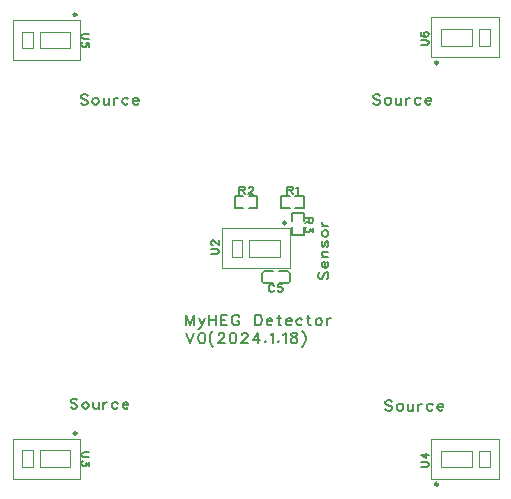
<source format=gto>
G04 Layer: TopSilkscreenLayer*
G04 EasyEDA Pro v2.1.44.1.245b18d5.fca1f9, 2024-01-18 14:01:25*
G04 Gerber Generator version 0.3*
G04 Scale: 100 percent, Rotated: No, Reflected: No*
G04 Dimensions in millimeters*
G04 Leading zeros omitted, absolute positions, 3 integers and 5 decimals*
%FSLAX35Y35*%
%MOMM*%
%ADD10C,0.1524*%
%ADD11C,0.2032*%
%ADD12C,0.203*%
%ADD13C,0.1016*%
%ADD14C,0.24*%
G75*


G04 Text Start*
G54D10*
G01X616966Y-1046480D02*
G01X663448Y-1046480D01*
G01X672592Y-1043432D01*
G01X678942Y-1037082D01*
G01X681990Y-1027938D01*
G01Y-1021588D01*
G01X678942Y-1012444D01*
G01X672592Y-1006348D01*
G01X663448Y-1003046D01*
G01X616966D01*
G01X632460Y-969772D02*
G01X629412Y-969772D01*
G01X623062Y-966724D01*
G01X620014Y-963676D01*
G01X616966Y-957580D01*
G01Y-945134D01*
G01X620014Y-938784D01*
G01X623062Y-935736D01*
G01X629412Y-932688D01*
G01X635508D01*
G01X641604Y-935736D01*
G01X651002Y-942086D01*
G01X681990Y-972820D01*
G01Y-929640D01*
G01X-413766Y-2725420D02*
G01X-460248Y-2725420D01*
G01X-469392Y-2728468D01*
G01X-475742Y-2734818D01*
G01X-478790Y-2743962D01*
G01Y-2750312D01*
G01X-475742Y-2759456D01*
G01X-469392Y-2765552D01*
G01X-460248Y-2768854D01*
G01X-413766D01*
G01X-413766Y-2805176D02*
G01X-413766Y-2839212D01*
G01X-438404Y-2820670D01*
G01Y-2829814D01*
G01X-441452Y-2836164D01*
G01X-444754Y-2839212D01*
G01X-453898Y-2842260D01*
G01X-460248D01*
G01X-469392Y-2839212D01*
G01X-475742Y-2833116D01*
G01X-478790Y-2823718D01*
G01Y-2814320D01*
G01X-475742Y-2805176D01*
G01X-472440Y-2802128D01*
G01X-466344Y-2799080D01*
G01X2394966Y-2849880D02*
G01X2441448Y-2849880D01*
G01X2450592Y-2846832D01*
G01X2456942Y-2840482D01*
G01X2459990Y-2831338D01*
G01Y-2824988D01*
G01X2456942Y-2815844D01*
G01X2450592Y-2809748D01*
G01X2441448Y-2806446D01*
G01X2394966D01*
G01X2394966Y-2745486D02*
G01X2438146Y-2776220D01*
G01Y-2729992D01*
G01X2394966Y-2745486D02*
G01X2459990Y-2745486D01*
G01X2394966Y718820D02*
G01X2441448Y718820D01*
G01X2450592Y721868D01*
G01X2456942Y728218D01*
G01X2459990Y737362D01*
G01Y743712D01*
G01X2456942Y752856D01*
G01X2450592Y758952D01*
G01X2441448Y762254D01*
G01X2394966D01*
G01X2404110Y829564D02*
G01X2398014Y826516D01*
G01X2394966Y817118D01*
G01Y811022D01*
G01X2398014Y801624D01*
G01X2407412Y795528D01*
G01X2422652Y792480D01*
G01X2438146D01*
G01X2450592Y795528D01*
G01X2456942Y801624D01*
G01X2459990Y811022D01*
G01Y814070D01*
G01X2456942Y823214D01*
G01X2450592Y829564D01*
G01X2441448Y832612D01*
G01X2438146D01*
G01X2429002Y829564D01*
G01X2422652Y823214D01*
G01X2419604Y814070D01*
G01Y811022D01*
G01X2422652Y801624D01*
G01X2429002Y795528D01*
G01X2438146Y792480D01*
G01X1151585Y-1318260D02*
G01X1148537Y-1311910D01*
G01X1142187Y-1305814D01*
G01X1136091Y-1302766D01*
G01X1123645D01*
G01X1117549Y-1305814D01*
G01X1111199Y-1311910D01*
G01X1108151Y-1318260D01*
G01X1105103Y-1327404D01*
G01Y-1342898D01*
G01X1108151Y-1352296D01*
G01X1111199Y-1358392D01*
G01X1117549Y-1364742D01*
G01X1123645Y-1367790D01*
G01X1136091D01*
G01X1142187Y-1364742D01*
G01X1148537Y-1358392D01*
G01X1151585Y-1352296D01*
G01X1218895Y-1302766D02*
G01X1187907Y-1302766D01*
G01X1184859Y-1330452D01*
G01X1187907Y-1327404D01*
G01X1197051Y-1324356D01*
G01X1206449D01*
G01X1215847Y-1327404D01*
G01X1221943Y-1333754D01*
G01X1224991Y-1342898D01*
G01Y-1349248D01*
G01X1221943Y-1358392D01*
G01X1215847Y-1364742D01*
G01X1206449Y-1367790D01*
G01X1197051D01*
G01X1187907Y-1364742D01*
G01X1184859Y-1361440D01*
G01X1181811Y-1355344D01*
G01X1264920Y-477266D02*
G01X1264920Y-542290D01*
G01X1264920Y-477266D02*
G01X1292860Y-477266D01*
G01X1302004Y-480314D01*
G01X1305052Y-483362D01*
G01X1308354Y-489712D01*
G01Y-495808D01*
G01X1305052Y-501904D01*
G01X1302004Y-504952D01*
G01X1292860Y-508254D01*
G01X1264920D01*
G01X1286510Y-508254D02*
G01X1308354Y-542290D01*
G01X1338580Y-489712D02*
G01X1344676Y-486410D01*
G01X1353820Y-477266D01*
G01Y-542290D01*
G01X858520Y-477266D02*
G01X858520Y-542290D01*
G01X858520Y-477266D02*
G01X886460Y-477266D01*
G01X895604Y-480314D01*
G01X898652Y-483362D01*
G01X901954Y-489712D01*
G01Y-495808D01*
G01X898652Y-501904D01*
G01X895604Y-504952D01*
G01X886460Y-508254D01*
G01X858520D01*
G01X880110Y-508254D02*
G01X901954Y-542290D01*
G01X935228Y-492760D02*
G01X935228Y-489712D01*
G01X938276Y-483362D01*
G01X941324Y-480314D01*
G01X947420Y-477266D01*
G01X959866D01*
G01X966216Y-480314D01*
G01X969264Y-483362D01*
G01X972312Y-489712D01*
G01Y-495808D01*
G01X969264Y-501904D01*
G01X962914Y-511302D01*
G01X932180Y-542290D01*
G01X975360D01*
G01X1478534Y-744220D02*
G01X1413510Y-744220D01*
G01X1478534Y-744220D02*
G01X1478534Y-772160D01*
G01X1475486Y-781304D01*
G01X1472438Y-784352D01*
G01X1466088Y-787654D01*
G01X1459992D01*
G01X1453896Y-784352D01*
G01X1450848Y-781304D01*
G01X1447546Y-772160D01*
G01Y-744220D01*
G01X1447546Y-765810D02*
G01X1413510Y-787654D01*
G01X1478534Y-823976D02*
G01X1478534Y-858012D01*
G01X1453896Y-839470D01*
G01Y-848614D01*
G01X1450848Y-854964D01*
G01X1447546Y-858012D01*
G01X1438402Y-861060D01*
G01X1432052D01*
G01X1422908Y-858012D01*
G01X1416558Y-851916D01*
G01X1413510Y-842518D01*
G01Y-833120D01*
G01X1416558Y-823976D01*
G01X1419860Y-820928D01*
G01X1425956Y-817880D01*
G01X-413766Y817880D02*
G01X-460248Y817880D01*
G01X-469392Y814832D01*
G01X-475742Y808482D01*
G01X-478790Y799338D01*
G01Y792988D01*
G01X-475742Y783844D01*
G01X-469392Y777748D01*
G01X-460248Y774446D01*
G01X-413766D01*
G01X-413766Y707136D02*
G01X-413766Y738124D01*
G01X-441452Y741172D01*
G01X-438404Y738124D01*
G01X-435356Y728980D01*
G01Y719582D01*
G01X-438404Y710184D01*
G01X-444754Y704088D01*
G01X-453898Y701040D01*
G01X-460248D01*
G01X-469392Y704088D01*
G01X-475742Y710184D01*
G01X-478790Y719582D01*
G01Y728980D01*
G01X-475742Y738124D01*
G01X-472440Y741172D01*
G01X-466344Y744220D01*
G54D11*
G01X403860Y-1563370D02*
G01X403860Y-1649984D01*
G01X403860Y-1563370D02*
G01X436880Y-1649984D01*
G01X469900Y-1563370D02*
G01X436880Y-1649984D01*
G01X469900Y-1563370D02*
G01X469900Y-1649984D01*
G01X514096Y-1592326D02*
G01X538988Y-1649984D01*
G01X563626Y-1592326D02*
G01X538988Y-1649984D01*
G01X530606Y-1666494D01*
G01X522478Y-1674876D01*
G01X514096Y-1678940D01*
G01X510032D01*
G01X603758Y-1563370D02*
G01X603758Y-1649984D01*
G01X661670Y-1563370D02*
G01X661670Y-1649984D01*
G01X603758Y-1604772D02*
G01X661670Y-1604772D01*
G01X701802Y-1563370D02*
G01X701802Y-1649984D01*
G01X701802Y-1563370D02*
G01X755396Y-1563370D01*
G01X701802Y-1604772D02*
G01X734822Y-1604772D01*
G01X701802Y-1649984D02*
G01X755396Y-1649984D01*
G01X857504Y-1583944D02*
G01X853440Y-1575816D01*
G01X845058Y-1567434D01*
G01X836930Y-1563370D01*
G01X820420D01*
G01X812038Y-1567434D01*
G01X803910Y-1575816D01*
G01X799592Y-1583944D01*
G01X795528Y-1596390D01*
G01Y-1616964D01*
G01X799592Y-1629410D01*
G01X803910Y-1637792D01*
G01X812038Y-1645920D01*
G01X820420Y-1649984D01*
G01X836930D01*
G01X845058Y-1645920D01*
G01X853440Y-1637792D01*
G01X857504Y-1629410D01*
G01Y-1616964D01*
G01X836930Y-1616964D02*
G01X857504Y-1616964D01*
G01X990092Y-1563370D02*
G01X990092Y-1649984D01*
G01X990092Y-1563370D02*
G01X1019048Y-1563370D01*
G01X1031494Y-1567434D01*
G01X1039622Y-1575816D01*
G01X1043686Y-1583944D01*
G01X1048004Y-1596390D01*
G01Y-1616964D01*
G01X1043686Y-1629410D01*
G01X1039622Y-1637792D01*
G01X1031494Y-1645920D01*
G01X1019048Y-1649984D01*
G01X990092D01*
G01X1088136Y-1616964D02*
G01X1137666Y-1616964D01*
G01Y-1608836D01*
G01X1133602Y-1600454D01*
G01X1129538Y-1596390D01*
G01X1121156Y-1592326D01*
G01X1108710D01*
G01X1100582Y-1596390D01*
G01X1092200Y-1604772D01*
G01X1088136Y-1616964D01*
G01Y-1625346D01*
G01X1092200Y-1637792D01*
G01X1100582Y-1645920D01*
G01X1108710Y-1649984D01*
G01X1121156D01*
G01X1129538Y-1645920D01*
G01X1137666Y-1637792D01*
G01X1190244Y-1563370D02*
G01X1190244Y-1633474D01*
G01X1194308Y-1645920D01*
G01X1202690Y-1649984D01*
G01X1210818D01*
G01X1177798Y-1592326D02*
G01X1206754Y-1592326D01*
G01X1250950Y-1616964D02*
G01X1300480Y-1616964D01*
G01Y-1608836D01*
G01X1296416Y-1600454D01*
G01X1292352Y-1596390D01*
G01X1283970Y-1592326D01*
G01X1271524D01*
G01X1263396Y-1596390D01*
G01X1255014Y-1604772D01*
G01X1250950Y-1616964D01*
G01Y-1625346D01*
G01X1255014Y-1637792D01*
G01X1263396Y-1645920D01*
G01X1271524Y-1649984D01*
G01X1283970D01*
G01X1292352Y-1645920D01*
G01X1300480Y-1637792D01*
G01X1390142Y-1604772D02*
G01X1382014Y-1596390D01*
G01X1373632Y-1592326D01*
G01X1361186D01*
G01X1353058Y-1596390D01*
G01X1344676Y-1604772D01*
G01X1340612Y-1616964D01*
G01Y-1625346D01*
G01X1344676Y-1637792D01*
G01X1353058Y-1645920D01*
G01X1361186Y-1649984D01*
G01X1373632D01*
G01X1382014Y-1645920D01*
G01X1390142Y-1637792D01*
G01X1442720Y-1563370D02*
G01X1442720Y-1633474D01*
G01X1446784Y-1645920D01*
G01X1455166Y-1649984D01*
G01X1463294D01*
G01X1430274Y-1592326D02*
G01X1459230Y-1592326D01*
G01X1524000Y-1592326D02*
G01X1515872Y-1596390D01*
G01X1507490Y-1604772D01*
G01X1503426Y-1616964D01*
G01Y-1625346D01*
G01X1507490Y-1637792D01*
G01X1515872Y-1645920D01*
G01X1524000Y-1649984D01*
G01X1536446D01*
G01X1544828Y-1645920D01*
G01X1552956Y-1637792D01*
G01X1557020Y-1625346D01*
G01Y-1616964D01*
G01X1552956Y-1604772D01*
G01X1544828Y-1596390D01*
G01X1536446Y-1592326D01*
G01X1524000D01*
G01X1597152Y-1592326D02*
G01X1597152Y-1649984D01*
G01X1597152Y-1616964D02*
G01X1601216Y-1604772D01*
G01X1609598Y-1596390D01*
G01X1617726Y-1592326D01*
G01X1630172D01*
G01X403860Y-1715770D02*
G01X436880Y-1802384D01*
G01X469900Y-1715770D02*
G01X436880Y-1802384D01*
G01X534924Y-1715770D02*
G01X522478Y-1719834D01*
G01X514096Y-1732280D01*
G01X510032Y-1752854D01*
G01Y-1765300D01*
G01X514096Y-1785874D01*
G01X522478Y-1798320D01*
G01X534924Y-1802384D01*
G01X543052D01*
G01X555498Y-1798320D01*
G01X563626Y-1785874D01*
G01X567944Y-1765300D01*
G01Y-1752854D01*
G01X563626Y-1732280D01*
G01X555498Y-1719834D01*
G01X543052Y-1715770D01*
G01X534924D01*
G01X637032Y-1699260D02*
G01X628650Y-1707642D01*
G01X620522Y-1719834D01*
G01X612140Y-1736344D01*
G01X608076Y-1757172D01*
G01Y-1773682D01*
G01X612140Y-1794256D01*
G01X620522Y-1810766D01*
G01X628650Y-1823212D01*
G01X637032Y-1831340D01*
G01X681228Y-1736344D02*
G01X681228Y-1732280D01*
G01X685546Y-1724152D01*
G01X689610Y-1719834D01*
G01X697738Y-1715770D01*
G01X714248D01*
G01X722630Y-1719834D01*
G01X726694Y-1724152D01*
G01X730758Y-1732280D01*
G01Y-1740662D01*
G01X726694Y-1748790D01*
G01X718566Y-1761236D01*
G01X677164Y-1802384D01*
G01X735076D01*
G01X800100Y-1715770D02*
G01X787654Y-1719834D01*
G01X779272Y-1732280D01*
G01X775208Y-1752854D01*
G01Y-1765300D01*
G01X779272Y-1785874D01*
G01X787654Y-1798320D01*
G01X800100Y-1802384D01*
G01X808228D01*
G01X820674Y-1798320D01*
G01X828802Y-1785874D01*
G01X833120Y-1765300D01*
G01Y-1752854D01*
G01X828802Y-1732280D01*
G01X820674Y-1719834D01*
G01X808228Y-1715770D01*
G01X800100D01*
G01X877316Y-1736344D02*
G01X877316Y-1732280D01*
G01X881634Y-1724152D01*
G01X885698Y-1719834D01*
G01X893826Y-1715770D01*
G01X910336D01*
G01X918718Y-1719834D01*
G01X922782Y-1724152D01*
G01X926846Y-1732280D01*
G01Y-1740662D01*
G01X922782Y-1748790D01*
G01X914654Y-1761236D01*
G01X873252Y-1802384D01*
G01X931164D01*
G01X1012698Y-1715770D02*
G01X971296Y-1773682D01*
G01X1033272D01*
G01X1012698Y-1715770D02*
G01X1012698Y-1802384D01*
G01X1077468Y-1781810D02*
G01X1073404Y-1785874D01*
G01X1077468Y-1790192D01*
G01X1081786Y-1785874D01*
G01X1077468Y-1781810D01*
G01X1121918Y-1732280D02*
G01X1130300Y-1728216D01*
G01X1142492Y-1715770D01*
G01Y-1802384D01*
G01X1186688Y-1781810D02*
G01X1182624Y-1785874D01*
G01X1186688Y-1790192D01*
G01X1191006Y-1785874D01*
G01X1186688Y-1781810D01*
G01X1231138Y-1732280D02*
G01X1239520Y-1728216D01*
G01X1251712Y-1715770D01*
G01Y-1802384D01*
G01X1312418Y-1715770D02*
G01X1300226Y-1719834D01*
G01X1295908Y-1728216D01*
G01Y-1736344D01*
G01X1300226Y-1744726D01*
G01X1308354Y-1748790D01*
G01X1324864Y-1752854D01*
G01X1337310Y-1757172D01*
G01X1345438Y-1765300D01*
G01X1349756Y-1773682D01*
G01Y-1785874D01*
G01X1345438Y-1794256D01*
G01X1341374Y-1798320D01*
G01X1328928Y-1802384D01*
G01X1312418D01*
G01X1300226Y-1798320D01*
G01X1295908Y-1794256D01*
G01X1291844Y-1785874D01*
G01Y-1773682D01*
G01X1295908Y-1765300D01*
G01X1304290Y-1757172D01*
G01X1316736Y-1752854D01*
G01X1333246Y-1748790D01*
G01X1341374Y-1744726D01*
G01X1345438Y-1736344D01*
G01Y-1728216D01*
G01X1341374Y-1719834D01*
G01X1328928Y-1715770D01*
G01X1312418D01*
G01X1389888Y-1699260D02*
G01X1398270Y-1707642D01*
G01X1406398Y-1719834D01*
G01X1414780Y-1736344D01*
G01X1418844Y-1757172D01*
G01Y-1773682D01*
G01X1414780Y-1794256D01*
G01X1406398Y-1810766D01*
G01X1398270Y-1823212D01*
G01X1389888Y-1831340D01*
G54D12*
G01X1537716Y-1202182D02*
G01X1529334Y-1210310D01*
G01X1525270Y-1222756D01*
G01Y-1239266D01*
G01X1529334Y-1251712D01*
G01X1537716Y-1259840D01*
G01X1545844D01*
G01X1554226Y-1255776D01*
G01X1558290Y-1251712D01*
G01X1562354Y-1243330D01*
G01X1570736Y-1218692D01*
G01X1574800Y-1210310D01*
G01X1578864Y-1206246D01*
G01X1587246Y-1202182D01*
G01X1599692D01*
G01X1607820Y-1210310D01*
G01X1611884Y-1222756D01*
G01Y-1239266D01*
G01X1607820Y-1251712D01*
G01X1599692Y-1259840D01*
G01X1578864Y-1162050D02*
G01X1578864Y-1112520D01*
G01X1570736D01*
G01X1562354Y-1116584D01*
G01X1558290Y-1120902D01*
G01X1554226Y-1129030D01*
G01Y-1141476D01*
G01X1558290Y-1149604D01*
G01X1566418Y-1157986D01*
G01X1578864Y-1162050D01*
G01X1587246D01*
G01X1599692Y-1157986D01*
G01X1607820Y-1149604D01*
G01X1611884Y-1141476D01*
G01Y-1129030D01*
G01X1607820Y-1120902D01*
G01X1599692Y-1112520D01*
G01X1554226Y-1072388D02*
G01X1611884Y-1072388D01*
G01X1570736Y-1072388D02*
G01X1558290Y-1059942D01*
G01X1554226Y-1051814D01*
G01Y-1039368D01*
G01X1558290Y-1031240D01*
G01X1570736Y-1026922D01*
G01X1611884D01*
G01X1566418Y-941324D02*
G01X1558290Y-945642D01*
G01X1554226Y-957834D01*
G01Y-970280D01*
G01X1558290Y-982726D01*
G01X1566418Y-986790D01*
G01X1574800Y-982726D01*
G01X1578864Y-974344D01*
G01X1583182Y-953770D01*
G01X1587246Y-945642D01*
G01X1595374Y-941324D01*
G01X1599692D01*
G01X1607820Y-945642D01*
G01X1611884Y-957834D01*
G01Y-970280D01*
G01X1607820Y-982726D01*
G01X1599692Y-986790D01*
G01X1554226Y-880618D02*
G01X1558290Y-888746D01*
G01X1566418Y-897128D01*
G01X1578864Y-901192D01*
G01X1587246D01*
G01X1599692Y-897128D01*
G01X1607820Y-888746D01*
G01X1611884Y-880618D01*
G01Y-868172D01*
G01X1607820Y-860044D01*
G01X1599692Y-851662D01*
G01X1587246Y-847598D01*
G01X1578864D01*
G01X1566418Y-851662D01*
G01X1558290Y-860044D01*
G01X1554226Y-868172D01*
G01Y-880618D01*
G01X1554226Y-807466D02*
G01X1611884Y-807466D01*
G01X1578864Y-807466D02*
G01X1566418Y-803402D01*
G01X1558290Y-795020D01*
G01X1554226Y-786892D01*
G01Y-774446D01*
G01X-426334Y291084D02*
G01X-434462Y299466D01*
G01X-446908Y303530D01*
G01X-463418D01*
G01X-475864Y299466D01*
G01X-483992Y291084D01*
G01Y282956D01*
G01X-479928Y274574D01*
G01X-475864Y270510D01*
G01X-467482Y266446D01*
G01X-442844Y258064D01*
G01X-434462Y254000D01*
G01X-430398Y249936D01*
G01X-426334Y241554D01*
G01Y229108D01*
G01X-434462Y220980D01*
G01X-446908Y216916D01*
G01X-463418D01*
G01X-475864Y220980D01*
G01X-483992Y229108D01*
G01X-365628Y274574D02*
G01X-373756Y270510D01*
G01X-382138Y262382D01*
G01X-386202Y249936D01*
G01Y241554D01*
G01X-382138Y229108D01*
G01X-373756Y220980D01*
G01X-365628Y216916D01*
G01X-353182D01*
G01X-345054Y220980D01*
G01X-336672Y229108D01*
G01X-332608Y241554D01*
G01Y249936D01*
G01X-336672Y262382D01*
G01X-345054Y270510D01*
G01X-353182Y274574D01*
G01X-365628D01*
G01X-292476Y274574D02*
G01X-292476Y233426D01*
G01X-288412Y220980D01*
G01X-280030Y216916D01*
G01X-267838D01*
G01X-259456Y220980D01*
G01X-247010Y233426D01*
G01X-247010Y274574D02*
G01X-247010Y216916D01*
G01X-206878Y274574D02*
G01X-206878Y216916D01*
G01X-206878Y249936D02*
G01X-202814Y262382D01*
G01X-194432Y270510D01*
G01X-186304Y274574D01*
G01X-173858D01*
G01X-84196Y262382D02*
G01X-92578Y270510D01*
G01X-100706Y274574D01*
G01X-113152D01*
G01X-121280Y270510D01*
G01X-129662Y262382D01*
G01X-133726Y249936D01*
G01Y241554D01*
G01X-129662Y229108D01*
G01X-121280Y220980D01*
G01X-113152Y216916D01*
G01X-100706D01*
G01X-92578Y220980D01*
G01X-84196Y229108D01*
G01X-44064Y249936D02*
G01X5466Y249936D01*
G01Y258064D01*
G01X1402Y266446D01*
G01X-2916Y270510D01*
G01X-11044Y274574D01*
G01X-23490D01*
G01X-31618Y270510D01*
G01X-40000Y262382D01*
G01X-44064Y249936D01*
G01Y241554D01*
G01X-40000Y229108D01*
G01X-31618Y220980D01*
G01X-23490Y216916D01*
G01X-11044D01*
G01X-2916Y220980D01*
G01X5466Y229108D01*
G01X2050166Y291084D02*
G01X2042038Y299466D01*
G01X2029592Y303530D01*
G01X2013082D01*
G01X2000636Y299466D01*
G01X1992508Y291084D01*
G01Y282956D01*
G01X1996572Y274574D01*
G01X2000636Y270510D01*
G01X2009018Y266446D01*
G01X2033656Y258064D01*
G01X2042038Y254000D01*
G01X2046102Y249936D01*
G01X2050166Y241554D01*
G01Y229108D01*
G01X2042038Y220980D01*
G01X2029592Y216916D01*
G01X2013082D01*
G01X2000636Y220980D01*
G01X1992508Y229108D01*
G01X2110872Y274574D02*
G01X2102744Y270510D01*
G01X2094362Y262382D01*
G01X2090298Y249936D01*
G01Y241554D01*
G01X2094362Y229108D01*
G01X2102744Y220980D01*
G01X2110872Y216916D01*
G01X2123318D01*
G01X2131446Y220980D01*
G01X2139828Y229108D01*
G01X2143892Y241554D01*
G01Y249936D01*
G01X2139828Y262382D01*
G01X2131446Y270510D01*
G01X2123318Y274574D01*
G01X2110872D01*
G01X2184024Y274574D02*
G01X2184024Y233426D01*
G01X2188088Y220980D01*
G01X2196470Y216916D01*
G01X2208662D01*
G01X2217044Y220980D01*
G01X2229490Y233426D01*
G01X2229490Y274574D02*
G01X2229490Y216916D01*
G01X2269622Y274574D02*
G01X2269622Y216916D01*
G01X2269622Y249936D02*
G01X2273686Y262382D01*
G01X2282068Y270510D01*
G01X2290196Y274574D01*
G01X2302642D01*
G01X2392304Y262382D02*
G01X2383922Y270510D01*
G01X2375794Y274574D01*
G01X2363348D01*
G01X2355220Y270510D01*
G01X2346838Y262382D01*
G01X2342774Y249936D01*
G01Y241554D01*
G01X2346838Y229108D01*
G01X2355220Y220980D01*
G01X2363348Y216916D01*
G01X2375794D01*
G01X2383922Y220980D01*
G01X2392304Y229108D01*
G01X2432436Y249936D02*
G01X2481966Y249936D01*
G01Y258064D01*
G01X2477902Y266446D01*
G01X2473584Y270510D01*
G01X2465456Y274574D01*
G01X2453010D01*
G01X2444882Y270510D01*
G01X2436500Y262382D01*
G01X2432436Y249936D01*
G01Y241554D01*
G01X2436500Y229108D01*
G01X2444882Y220980D01*
G01X2453010Y216916D01*
G01X2465456D01*
G01X2473584Y220980D01*
G01X2481966Y229108D01*
G01X-512976Y-2284758D02*
G01X-521104Y-2276376D01*
G01X-533550Y-2272312D01*
G01X-550060D01*
G01X-562506Y-2276376D01*
G01X-570634Y-2284758D01*
G01Y-2292886D01*
G01X-566570Y-2301268D01*
G01X-562506Y-2305332D01*
G01X-554124Y-2309396D01*
G01X-529486Y-2317778D01*
G01X-521104Y-2321842D01*
G01X-517040Y-2325906D01*
G01X-512976Y-2334288D01*
G01Y-2346734D01*
G01X-521104Y-2354862D01*
G01X-533550Y-2358926D01*
G01X-550060D01*
G01X-562506Y-2354862D01*
G01X-570634Y-2346734D01*
G01X-452270Y-2301268D02*
G01X-460398Y-2305332D01*
G01X-468780Y-2313460D01*
G01X-472844Y-2325906D01*
G01Y-2334288D01*
G01X-468780Y-2346734D01*
G01X-460398Y-2354862D01*
G01X-452270Y-2358926D01*
G01X-439824D01*
G01X-431696Y-2354862D01*
G01X-423314Y-2346734D01*
G01X-419250Y-2334288D01*
G01Y-2325906D01*
G01X-423314Y-2313460D01*
G01X-431696Y-2305332D01*
G01X-439824Y-2301268D01*
G01X-452270D01*
G01X-379118Y-2301268D02*
G01X-379118Y-2342416D01*
G01X-375054Y-2354862D01*
G01X-366672Y-2358926D01*
G01X-354480D01*
G01X-346098Y-2354862D01*
G01X-333652Y-2342416D01*
G01X-333652Y-2301268D02*
G01X-333652Y-2358926D01*
G01X-293520Y-2301268D02*
G01X-293520Y-2358926D01*
G01X-293520Y-2325906D02*
G01X-289456Y-2313460D01*
G01X-281074Y-2305332D01*
G01X-272946Y-2301268D01*
G01X-260500D01*
G01X-170838Y-2313460D02*
G01X-179220Y-2305332D01*
G01X-187348Y-2301268D01*
G01X-199794D01*
G01X-207922Y-2305332D01*
G01X-216304Y-2313460D01*
G01X-220368Y-2325906D01*
G01Y-2334288D01*
G01X-216304Y-2346734D01*
G01X-207922Y-2354862D01*
G01X-199794Y-2358926D01*
G01X-187348D01*
G01X-179220Y-2354862D01*
G01X-170838Y-2346734D01*
G01X-130706Y-2325906D02*
G01X-81176Y-2325906D01*
G01Y-2317778D01*
G01X-85240Y-2309396D01*
G01X-89558Y-2305332D01*
G01X-97686Y-2301268D01*
G01X-110132D01*
G01X-118260Y-2305332D01*
G01X-126642Y-2313460D01*
G01X-130706Y-2325906D01*
G01Y-2334288D01*
G01X-126642Y-2346734D01*
G01X-118260Y-2354862D01*
G01X-110132Y-2358926D01*
G01X-97686D01*
G01X-89558Y-2354862D01*
G01X-81176Y-2346734D01*
G01X2151766Y-2299716D02*
G01X2143638Y-2291334D01*
G01X2131192Y-2287270D01*
G01X2114682D01*
G01X2102236Y-2291334D01*
G01X2094108Y-2299716D01*
G01Y-2307844D01*
G01X2098172Y-2316226D01*
G01X2102236Y-2320290D01*
G01X2110618Y-2324354D01*
G01X2135256Y-2332736D01*
G01X2143638Y-2336800D01*
G01X2147702Y-2340864D01*
G01X2151766Y-2349246D01*
G01Y-2361692D01*
G01X2143638Y-2369820D01*
G01X2131192Y-2373884D01*
G01X2114682D01*
G01X2102236Y-2369820D01*
G01X2094108Y-2361692D01*
G01X2212472Y-2316226D02*
G01X2204344Y-2320290D01*
G01X2195962Y-2328418D01*
G01X2191898Y-2340864D01*
G01Y-2349246D01*
G01X2195962Y-2361692D01*
G01X2204344Y-2369820D01*
G01X2212472Y-2373884D01*
G01X2224918D01*
G01X2233046Y-2369820D01*
G01X2241428Y-2361692D01*
G01X2245492Y-2349246D01*
G01Y-2340864D01*
G01X2241428Y-2328418D01*
G01X2233046Y-2320290D01*
G01X2224918Y-2316226D01*
G01X2212472D01*
G01X2285624Y-2316226D02*
G01X2285624Y-2357374D01*
G01X2289688Y-2369820D01*
G01X2298070Y-2373884D01*
G01X2310262D01*
G01X2318644Y-2369820D01*
G01X2331090Y-2357374D01*
G01X2331090Y-2316226D02*
G01X2331090Y-2373884D01*
G01X2371222Y-2316226D02*
G01X2371222Y-2373884D01*
G01X2371222Y-2340864D02*
G01X2375286Y-2328418D01*
G01X2383668Y-2320290D01*
G01X2391796Y-2316226D01*
G01X2404242D01*
G01X2493904Y-2328418D02*
G01X2485522Y-2320290D01*
G01X2477394Y-2316226D01*
G01X2464948D01*
G01X2456820Y-2320290D01*
G01X2448438Y-2328418D01*
G01X2444374Y-2340864D01*
G01Y-2349246D01*
G01X2448438Y-2361692D01*
G01X2456820Y-2369820D01*
G01X2464948Y-2373884D01*
G01X2477394D01*
G01X2485522Y-2369820D01*
G01X2493904Y-2361692D01*
G01X2534036Y-2340864D02*
G01X2583566Y-2340864D01*
G01Y-2332736D01*
G01X2579502Y-2324354D01*
G01X2575184Y-2320290D01*
G01X2567056Y-2316226D01*
G01X2554610D01*
G01X2546482Y-2320290D01*
G01X2538100Y-2328418D01*
G01X2534036Y-2340864D01*
G01Y-2349246D01*
G01X2538100Y-2361692D01*
G01X2546482Y-2369820D01*
G01X2554610Y-2373884D01*
G01X2567056D01*
G01X2575184Y-2369820D01*
G01X2583566Y-2361692D01*
G04 Text End*

G04 PolygonModel Start*
G54D13*
G01X1284170Y-828842D02*
G01X714169Y-828842D01*
G01X714169Y-828842D02*
G01X714169Y-1168821D01*
G01X714169Y-1168821D02*
G01X1284170Y-1168821D01*
G01X1284170Y-1168821D02*
G01X1284170Y-828842D01*
G01X1201661Y-928842D02*
G01X1201661Y-1068821D01*
G01X1201661Y-1068821D02*
G01X941666Y-1068821D01*
G01X941666Y-1068821D02*
G01X941666Y-928842D01*
G01X941666Y-928842D02*
G01X1201661Y-928842D01*
G01X881669Y-928842D02*
G01X881669Y-1068821D01*
G01X881669Y-1068821D02*
G01X791654Y-1068821D01*
G01X791654Y-1068821D02*
G01X791654Y-928842D01*
G01X791654Y-928842D02*
G01X881669Y-928842D01*
G01X-490530Y-2610142D02*
G01X-1060531Y-2610142D01*
G01X-1060531Y-2610142D02*
G01X-1060531Y-2950121D01*
G01X-1060531Y-2950121D02*
G01X-490530Y-2950121D01*
G01X-490530Y-2950121D02*
G01X-490530Y-2610142D01*
G01X-573039Y-2710142D02*
G01X-573039Y-2850121D01*
G01X-573039Y-2850121D02*
G01X-833034Y-2850121D01*
G01X-833034Y-2850121D02*
G01X-833034Y-2710142D01*
G01X-833034Y-2710142D02*
G01X-573039Y-2710142D01*
G01X-893031Y-2710142D02*
G01X-893031Y-2850121D01*
G01X-893031Y-2850121D02*
G01X-983046Y-2850121D01*
G01X-983046Y-2850121D02*
G01X-983046Y-2710142D01*
G01X-983046Y-2710142D02*
G01X-893031Y-2710142D01*
G01X2484430Y-2952458D02*
G01X3054431Y-2952458D01*
G01X3054431Y-2952458D02*
G01X3054431Y-2612479D01*
G01X3054431Y-2612479D02*
G01X2484430Y-2612479D01*
G01X2484430Y-2612479D02*
G01X2484430Y-2952458D01*
G01X2566939Y-2852458D02*
G01X2566939Y-2712479D01*
G01X2566939Y-2712479D02*
G01X2826934Y-2712479D01*
G01X2826934Y-2712479D02*
G01X2826934Y-2852458D01*
G01X2826934Y-2852458D02*
G01X2566939Y-2852458D01*
G01X2886931Y-2852458D02*
G01X2886931Y-2712479D01*
G01X2886931Y-2712479D02*
G01X2976946Y-2712479D01*
G01X2976946Y-2712479D02*
G01X2976946Y-2852458D01*
G01X2976946Y-2852458D02*
G01X2886931Y-2852458D01*
G01X-490530Y933158D02*
G01X-1060531Y933158D01*
G01X-1060531Y933158D02*
G01X-1060531Y593179D01*
G01X-1060531Y593179D02*
G01X-490530Y593179D01*
G01X-490530Y593179D02*
G01X-490530Y933158D01*
G01X-573039Y833158D02*
G01X-573039Y693179D01*
G01X-573039Y693179D02*
G01X-833034Y693179D01*
G01X-833034Y693179D02*
G01X-833034Y833158D01*
G01X-833034Y833158D02*
G01X-573039Y833158D01*
G01X-893031Y833158D02*
G01X-893031Y693179D01*
G01X-893031Y693179D02*
G01X-983046Y693179D01*
G01X-983046Y693179D02*
G01X-983046Y833158D01*
G01X-983046Y833158D02*
G01X-893031Y833158D01*
G01X2484430Y616242D02*
G01X3054431Y616242D01*
G01X3054431Y616242D02*
G01X3054431Y956221D01*
G01X3054431Y956221D02*
G01X2484430Y956221D01*
G01X2484430Y956221D02*
G01X2484430Y616242D01*
G01X2566939Y716242D02*
G01X2566939Y856221D01*
G01X2566939Y856221D02*
G01X2826934Y856221D01*
G01X2826934Y856221D02*
G01X2826934Y716242D01*
G01X2826934Y716242D02*
G01X2566939Y716242D01*
G01X2886931Y716242D02*
G01X2886931Y856221D01*
G01X2886931Y856221D02*
G01X2976946Y856221D01*
G01X2976946Y856221D02*
G01X2976946Y716242D01*
G01X2976946Y716242D02*
G01X2886931Y716242D01*
G54D10*
G01X1270030Y-1194740D02*
G01X1191021Y-1194740D01*
G01X1191021Y-1294460D02*
G01X1270030Y-1294460D01*
G01X1285270Y-1279220D02*
G01X1285270Y-1209980D01*
G01X1066770Y-1194740D02*
G01X1145779Y-1194740D01*
G01X1145779Y-1294460D02*
G01X1066770Y-1294460D01*
G01X1051530Y-1279220D02*
G01X1051530Y-1209980D01*
G01X1270030Y-1294460D02*
G03X1285270Y-1279220I0J15240D01*
G01X1285270Y-1209980D02*
G03X1270030Y-1194740I-15240J0D01*
G01X1066770Y-1294460D02*
G02X1051530Y-1279220I0J15240D01*
G01X1051530Y-1209980D02*
G02X1066770Y-1194740I15240J0D01*
G01X1285479Y-659460D02*
G01X1213676Y-659460D01*
G01X1213676Y-659460D02*
G01X1213676Y-559740D01*
G01X1213676Y-559740D02*
G01X1285479Y-559740D01*
G01X1330721Y-659460D02*
G01X1402525Y-659460D01*
G01X1402525Y-659460D02*
G01X1402525Y-559740D01*
G01X1402525Y-559740D02*
G01X1330721Y-559740D01*
G01X937021Y-559740D02*
G01X1008825Y-559740D01*
G01X1008825Y-559740D02*
G01X1008825Y-659460D01*
G01X1008825Y-659460D02*
G01X937021Y-659460D01*
G01X891779Y-559740D02*
G01X819976Y-559740D01*
G01X819976Y-559740D02*
G01X819976Y-659460D01*
G01X819976Y-659460D02*
G01X891779Y-659460D01*
G01X1401242Y-815203D02*
G01X1401242Y-887006D01*
G01X1401242Y-887006D02*
G01X1301521Y-887006D01*
G01X1301521Y-887006D02*
G01X1301521Y-815203D01*
G01X1401242Y-769960D02*
G01X1401242Y-698157D01*
G01X1401242Y-698157D02*
G01X1301521Y-698157D01*
G01X1301521Y-698157D02*
G01X1301521Y-769960D01*
G04 PolygonModel End*

G04 Circle Start*
G54D14*
G01X1229311Y-784113D02*
G03X1253289Y-784113I11989J0D01*
G03X1229311I-11989J0D01*
G01X-545389Y-2565413D02*
G03X-521411Y-2565413I11989J0D01*
G03X-545389I-11989J0D01*
G01X2515311Y-2997187D02*
G03X2539289Y-2997187I11989J0D01*
G03X2515311I-11989J0D01*
G01X-545389Y977887D02*
G03X-521411Y977887I11989J0D01*
G03X-545389I-11989J0D01*
G01X2515311Y571513D02*
G03X2539289Y571513I11989J0D01*
G03X2515311I-11989J0D01*
G04 Circle End*

M02*

</source>
